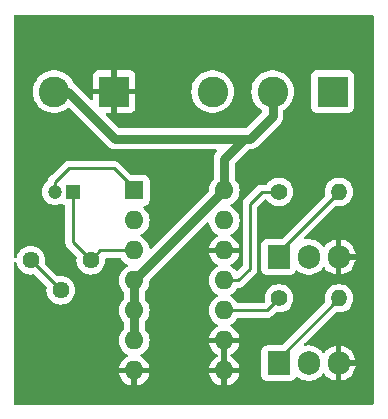
<source format=gbr>
%TF.GenerationSoftware,KiCad,Pcbnew,8.0.5*%
%TF.CreationDate,2024-12-29T01:36:02+03:00*%
%TF.ProjectId,DC to AC CD4047,44432074-6f20-4414-9320-434434303437,v01*%
%TF.SameCoordinates,Original*%
%TF.FileFunction,Copper,L1,Top*%
%TF.FilePolarity,Positive*%
%FSLAX46Y46*%
G04 Gerber Fmt 4.6, Leading zero omitted, Abs format (unit mm)*
G04 Created by KiCad (PCBNEW 8.0.5) date 2024-12-29 01:36:02*
%MOMM*%
%LPD*%
G01*
G04 APERTURE LIST*
%TA.AperFunction,ComponentPad*%
%ADD10O,1.600000X1.600000*%
%TD*%
%TA.AperFunction,ComponentPad*%
%ADD11R,1.600000X1.600000*%
%TD*%
%TA.AperFunction,ComponentPad*%
%ADD12C,1.440000*%
%TD*%
%TA.AperFunction,ComponentPad*%
%ADD13O,1.400000X1.400000*%
%TD*%
%TA.AperFunction,ComponentPad*%
%ADD14C,1.400000*%
%TD*%
%TA.AperFunction,ComponentPad*%
%ADD15O,1.905000X2.000000*%
%TD*%
%TA.AperFunction,ComponentPad*%
%ADD16R,1.905000X2.000000*%
%TD*%
%TA.AperFunction,ComponentPad*%
%ADD17R,2.600000X2.600000*%
%TD*%
%TA.AperFunction,ComponentPad*%
%ADD18C,2.600000*%
%TD*%
%TA.AperFunction,ComponentPad*%
%ADD19R,1.200000X1.200000*%
%TD*%
%TA.AperFunction,ComponentPad*%
%ADD20C,1.200000*%
%TD*%
%TA.AperFunction,Conductor*%
%ADD21C,0.254000*%
%TD*%
%TA.AperFunction,Conductor*%
%ADD22C,0.762000*%
%TD*%
G04 APERTURE END LIST*
D10*
%TO.P,U1,14,VDD*%
%TO.N,VCC*%
X141320000Y-79875000D03*
%TO.P,U1,13,OSC_OUT*%
%TO.N,unconnected-(U1-OSC_OUT-Pad13)*%
X141320000Y-82415000D03*
%TO.P,U1,12,RETRIGGER*%
%TO.N,GND*%
X141320000Y-84955000D03*
%TO.P,U1,11,~{Q}*%
%TO.N,Net-(U1-~{Q})*%
X141320000Y-87495000D03*
%TO.P,U1,10,Q*%
%TO.N,Net-(U1-Q)*%
X141320000Y-90035000D03*
%TO.P,U1,9,EXT_RESET*%
%TO.N,GND*%
X141320000Y-92575000D03*
%TO.P,U1,8,+TRIGGER*%
X141320000Y-95115000D03*
%TO.P,U1,7,VSS*%
X133700000Y-95115000D03*
%TO.P,U1,6,-TRIGGER*%
%TO.N,VCC*%
X133700000Y-92575000D03*
%TO.P,U1,5,ASTABLE*%
X133700000Y-90035000D03*
%TO.P,U1,4,~{ASTABLE}*%
X133700000Y-87495000D03*
%TO.P,U1,3,RC_COMMON*%
%TO.N,Net-(U1-RC_COMMON)*%
X133700000Y-84955000D03*
%TO.P,U1,2,R*%
%TO.N,Net-(U1-R)*%
X133700000Y-82415000D03*
D11*
%TO.P,U1,1,C*%
%TO.N,Net-(U1-C)*%
X133700000Y-79875000D03*
%TD*%
D12*
%TO.P,RV1,1,1*%
%TO.N,Net-(U1-RC_COMMON)*%
X130025000Y-85775000D03*
%TO.P,RV1,2,2*%
%TO.N,Net-(U1-R)*%
X127485000Y-88315000D03*
%TO.P,RV1,3,3*%
X124945000Y-85775000D03*
%TD*%
D13*
%TO.P,R2,2*%
%TO.N,Net-(Q2-G)*%
X151040000Y-80000000D03*
D14*
%TO.P,R2,1*%
%TO.N,Net-(U1-~{Q})*%
X145960000Y-80000000D03*
%TD*%
%TO.P,R1,1*%
%TO.N,Net-(U1-Q)*%
X145960000Y-89000000D03*
D13*
%TO.P,R1,2*%
%TO.N,Net-(Q1-G)*%
X151040000Y-89000000D03*
%TD*%
D15*
%TO.P,Q2,3,S*%
%TO.N,GND*%
X151000000Y-85500000D03*
%TO.P,Q2,2,D*%
%TO.N,Net-(J1-Pin_3)*%
X148460000Y-85500000D03*
D16*
%TO.P,Q2,1,G*%
%TO.N,Net-(Q2-G)*%
X145920000Y-85500000D03*
%TD*%
%TO.P,Q1,1,G*%
%TO.N,Net-(Q1-G)*%
X145920000Y-94500000D03*
D15*
%TO.P,Q1,2,D*%
%TO.N,Net-(J1-Pin_1)*%
X148460000Y-94500000D03*
%TO.P,Q1,3,S*%
%TO.N,GND*%
X151000000Y-94500000D03*
%TD*%
D17*
%TO.P,DC IN,1,Pin_1*%
%TO.N,GND*%
X132000000Y-71500000D03*
D18*
%TO.P,DC IN,2,Pin_2*%
%TO.N,VCC*%
X126920000Y-71500000D03*
%TD*%
D17*
%TO.P,TRANSFO IN,1,Pin_1*%
%TO.N,Net-(J1-Pin_1)*%
X150500000Y-71500000D03*
D18*
%TO.P,TRANSFO IN,2,Pin_2*%
%TO.N,VCC*%
X145420000Y-71500000D03*
%TO.P,TRANSFO IN,3,Pin_3*%
%TO.N,Net-(J1-Pin_3)*%
X140340000Y-71500000D03*
%TD*%
D19*
%TO.P,C1,1*%
%TO.N,Net-(U1-RC_COMMON)*%
X128500000Y-80000000D03*
D20*
%TO.P,C1,2*%
%TO.N,Net-(U1-C)*%
X127000000Y-80000000D03*
%TD*%
D21*
%TO.N,Net-(U1-~{Q})*%
X143500000Y-86500000D02*
X142505000Y-87495000D01*
X144500000Y-80000000D02*
X143500000Y-81000000D01*
X143500000Y-81000000D02*
X143500000Y-86500000D01*
X142505000Y-87495000D02*
X141320000Y-87495000D01*
X145960000Y-80000000D02*
X144500000Y-80000000D01*
%TO.N,Net-(Q2-G)*%
X145920000Y-85120000D02*
X145920000Y-85500000D01*
X151040000Y-80000000D02*
X145920000Y-85120000D01*
%TO.N,Net-(U1-Q)*%
X144925000Y-90035000D02*
X141320000Y-90035000D01*
X145960000Y-89000000D02*
X144925000Y-90035000D01*
%TO.N,Net-(Q1-G)*%
X145920000Y-94120000D02*
X151040000Y-89000000D01*
X145920000Y-94500000D02*
X145920000Y-94120000D01*
%TO.N,Net-(U1-R)*%
X124945000Y-85775000D02*
X127485000Y-88315000D01*
%TO.N,Net-(U1-RC_COMMON)*%
X130845000Y-84955000D02*
X130025000Y-85775000D01*
X133700000Y-84955000D02*
X130845000Y-84955000D01*
%TO.N,Net-(U1-C)*%
X133700000Y-79700000D02*
X133700000Y-79875000D01*
X128151472Y-78000000D02*
X132000000Y-78000000D01*
X132000000Y-78000000D02*
X133700000Y-79700000D01*
X127000000Y-79151472D02*
X128151472Y-78000000D01*
X127000000Y-80000000D02*
X127000000Y-79151472D01*
%TO.N,Net-(U1-RC_COMMON)*%
X128500000Y-84250000D02*
X130025000Y-85775000D01*
X128500000Y-80000000D02*
X128500000Y-84250000D01*
X128500000Y-80000000D02*
X128745000Y-80000000D01*
D22*
%TO.N,VCC*%
X133700000Y-90035000D02*
X133700000Y-92575000D01*
X133700000Y-87495000D02*
X133700000Y-90035000D01*
X133700000Y-87495000D02*
X141320000Y-79875000D01*
X141320000Y-77180000D02*
X143000000Y-75500000D01*
X141320000Y-79875000D02*
X141320000Y-77180000D01*
X143000000Y-75500000D02*
X143500000Y-75500000D01*
X132081000Y-75500000D02*
X143000000Y-75500000D01*
X143500000Y-75500000D02*
X145420000Y-73580000D01*
X128081000Y-71500000D02*
X132081000Y-75500000D01*
X126920000Y-71500000D02*
X128081000Y-71500000D01*
X145420000Y-73580000D02*
X145420000Y-71500000D01*
%TD*%
%TA.AperFunction,Conductor*%
%TO.N,GND*%
G36*
X141570000Y-94799314D02*
G01*
X141565606Y-94794920D01*
X141474394Y-94742259D01*
X141372661Y-94715000D01*
X141267339Y-94715000D01*
X141165606Y-94742259D01*
X141074394Y-94794920D01*
X141070000Y-94799314D01*
X141070000Y-92890686D01*
X141074394Y-92895080D01*
X141165606Y-92947741D01*
X141267339Y-92975000D01*
X141372661Y-92975000D01*
X141474394Y-92947741D01*
X141565606Y-92895080D01*
X141570000Y-92890686D01*
X141570000Y-94799314D01*
G37*
%TD.AperFunction*%
%TA.AperFunction,Conductor*%
G36*
X153942539Y-65020185D02*
G01*
X153988294Y-65072989D01*
X153999500Y-65124500D01*
X153999500Y-97875500D01*
X153979815Y-97942539D01*
X153927011Y-97988294D01*
X153875500Y-97999500D01*
X123624500Y-97999500D01*
X123557461Y-97979815D01*
X123511706Y-97927011D01*
X123500500Y-97875500D01*
X123500500Y-86041575D01*
X123520185Y-85974536D01*
X123572989Y-85928781D01*
X123642147Y-85918837D01*
X123705703Y-85947862D01*
X123743477Y-86006640D01*
X123744275Y-86009482D01*
X123793721Y-86194022D01*
X123793723Y-86194026D01*
X123793724Y-86194030D01*
X123808625Y-86225984D01*
X123883977Y-86387578D01*
X124006472Y-86562521D01*
X124157478Y-86713527D01*
X124157481Y-86713529D01*
X124332419Y-86836021D01*
X124332421Y-86836022D01*
X124332420Y-86836022D01*
X124345813Y-86842267D01*
X124525970Y-86926276D01*
X124732253Y-86981549D01*
X124884215Y-86994844D01*
X124944998Y-87000162D01*
X124945000Y-87000162D01*
X124945002Y-87000162D01*
X124974488Y-86997582D01*
X125157747Y-86981549D01*
X125157755Y-86981547D01*
X125161411Y-86980567D01*
X125172491Y-86977598D01*
X125242341Y-86979257D01*
X125292271Y-87009690D01*
X126250309Y-87967728D01*
X126283794Y-88029051D01*
X126282404Y-88087499D01*
X126278452Y-88102248D01*
X126278450Y-88102258D01*
X126259838Y-88314998D01*
X126259838Y-88315001D01*
X126278450Y-88527741D01*
X126278452Y-88527752D01*
X126333721Y-88734022D01*
X126333723Y-88734026D01*
X126333724Y-88734030D01*
X126348166Y-88765000D01*
X126423977Y-88927578D01*
X126546472Y-89102521D01*
X126697478Y-89253527D01*
X126697481Y-89253529D01*
X126872419Y-89376021D01*
X126872421Y-89376022D01*
X126872420Y-89376022D01*
X126933848Y-89404666D01*
X127065970Y-89466276D01*
X127272253Y-89521549D01*
X127424215Y-89534844D01*
X127484998Y-89540162D01*
X127485000Y-89540162D01*
X127485002Y-89540162D01*
X127538186Y-89535508D01*
X127697747Y-89521549D01*
X127904030Y-89466276D01*
X128097581Y-89376021D01*
X128272519Y-89253529D01*
X128423529Y-89102519D01*
X128546021Y-88927581D01*
X128636276Y-88734030D01*
X128691549Y-88527747D01*
X128710162Y-88315000D01*
X128691549Y-88102253D01*
X128636276Y-87895970D01*
X128546021Y-87702419D01*
X128423529Y-87527481D01*
X128423527Y-87527478D01*
X128272521Y-87376472D01*
X128118045Y-87268308D01*
X128097581Y-87253979D01*
X128097580Y-87253978D01*
X128097578Y-87253977D01*
X128097579Y-87253977D01*
X127968547Y-87193809D01*
X127904030Y-87163724D01*
X127904026Y-87163723D01*
X127904022Y-87163721D01*
X127697752Y-87108452D01*
X127697748Y-87108451D01*
X127697747Y-87108451D01*
X127697746Y-87108450D01*
X127697741Y-87108450D01*
X127485002Y-87089838D01*
X127484998Y-87089838D01*
X127272258Y-87108450D01*
X127272248Y-87108452D01*
X127257499Y-87112404D01*
X127187649Y-87110739D01*
X127137728Y-87080309D01*
X126179690Y-86122271D01*
X126146205Y-86060948D01*
X126147598Y-86002491D01*
X126151548Y-85987751D01*
X126151548Y-85987750D01*
X126151549Y-85987747D01*
X126170162Y-85775000D01*
X126151549Y-85562253D01*
X126096276Y-85355970D01*
X126006021Y-85162419D01*
X125883529Y-84987481D01*
X125883527Y-84987478D01*
X125732521Y-84836472D01*
X125557578Y-84713977D01*
X125557579Y-84713977D01*
X125420396Y-84650008D01*
X125364030Y-84623724D01*
X125364026Y-84623723D01*
X125364022Y-84623721D01*
X125157752Y-84568452D01*
X125157748Y-84568451D01*
X125157747Y-84568451D01*
X125157746Y-84568450D01*
X125157741Y-84568450D01*
X124945002Y-84549838D01*
X124944998Y-84549838D01*
X124732258Y-84568450D01*
X124732247Y-84568452D01*
X124525977Y-84623721D01*
X124525968Y-84623725D01*
X124332421Y-84713977D01*
X124157478Y-84836472D01*
X124006472Y-84987478D01*
X123883977Y-85162421D01*
X123793725Y-85355968D01*
X123793721Y-85355977D01*
X123744275Y-85540517D01*
X123707910Y-85600178D01*
X123645063Y-85630707D01*
X123575688Y-85622412D01*
X123521810Y-85577927D01*
X123500535Y-85511375D01*
X123500500Y-85508424D01*
X123500500Y-71499995D01*
X125114451Y-71499995D01*
X125114451Y-71500004D01*
X125134616Y-71769101D01*
X125194664Y-72032188D01*
X125194666Y-72032195D01*
X125254952Y-72185801D01*
X125293257Y-72283398D01*
X125428185Y-72517102D01*
X125564080Y-72687509D01*
X125596442Y-72728089D01*
X125752523Y-72872910D01*
X125794259Y-72911635D01*
X126017226Y-73063651D01*
X126260359Y-73180738D01*
X126518228Y-73260280D01*
X126518229Y-73260280D01*
X126518232Y-73260281D01*
X126785063Y-73300499D01*
X126785068Y-73300499D01*
X126785071Y-73300500D01*
X126785072Y-73300500D01*
X127054928Y-73300500D01*
X127054929Y-73300500D01*
X127054936Y-73300499D01*
X127321767Y-73260281D01*
X127321768Y-73260280D01*
X127321772Y-73260280D01*
X127579641Y-73180738D01*
X127822775Y-73063651D01*
X128045741Y-72911635D01*
X128062056Y-72896496D01*
X128124586Y-72865326D01*
X128194043Y-72872910D01*
X128234081Y-72899711D01*
X131519072Y-76184702D01*
X131519076Y-76184705D01*
X131663446Y-76281171D01*
X131663459Y-76281178D01*
X131823871Y-76347622D01*
X131823876Y-76347624D01*
X131823880Y-76347624D01*
X131823881Y-76347625D01*
X131994176Y-76381500D01*
X131994179Y-76381500D01*
X131994180Y-76381500D01*
X140572507Y-76381500D01*
X140639546Y-76401185D01*
X140685301Y-76453989D01*
X140695245Y-76523147D01*
X140666220Y-76586703D01*
X140660188Y-76593181D01*
X140635296Y-76618072D01*
X140635295Y-76618073D01*
X140538822Y-76762456D01*
X140472377Y-76922871D01*
X140472374Y-76922881D01*
X140438500Y-77093177D01*
X140438500Y-78865951D01*
X140418815Y-78932990D01*
X140402181Y-78953632D01*
X140319954Y-79035858D01*
X140189432Y-79222265D01*
X140189431Y-79222267D01*
X140093261Y-79428502D01*
X140093258Y-79428511D01*
X140034366Y-79648302D01*
X140034364Y-79648313D01*
X140014532Y-79874998D01*
X140014532Y-79880413D01*
X140012448Y-79880413D01*
X140000429Y-79940058D01*
X139978378Y-79969991D01*
X135187043Y-84761325D01*
X135125720Y-84794810D01*
X135056028Y-84789826D01*
X135000095Y-84747954D01*
X134979587Y-84705737D01*
X134926741Y-84508511D01*
X134926738Y-84508502D01*
X134907659Y-84467588D01*
X134830568Y-84302266D01*
X134700047Y-84115861D01*
X134700045Y-84115858D01*
X134539141Y-83954954D01*
X134352734Y-83824432D01*
X134352728Y-83824429D01*
X134294725Y-83797382D01*
X134242285Y-83751210D01*
X134223133Y-83684017D01*
X134243348Y-83617135D01*
X134294725Y-83572618D01*
X134352734Y-83545568D01*
X134539139Y-83415047D01*
X134700047Y-83254139D01*
X134830568Y-83067734D01*
X134926739Y-82861496D01*
X134985635Y-82641692D01*
X135005468Y-82415000D01*
X134985635Y-82188308D01*
X134926739Y-81968504D01*
X134830568Y-81762266D01*
X134700047Y-81575861D01*
X134700045Y-81575858D01*
X134539143Y-81414956D01*
X134514536Y-81397726D01*
X134470912Y-81343149D01*
X134463719Y-81273650D01*
X134495241Y-81211296D01*
X134555471Y-81175882D01*
X134572404Y-81172861D01*
X134607483Y-81169091D01*
X134742331Y-81118796D01*
X134857546Y-81032546D01*
X134943796Y-80917331D01*
X134994091Y-80782483D01*
X135000500Y-80722873D01*
X135000499Y-79027128D01*
X134994091Y-78967517D01*
X134989872Y-78956206D01*
X134943797Y-78832671D01*
X134943793Y-78832664D01*
X134857547Y-78717455D01*
X134857544Y-78717452D01*
X134742335Y-78631206D01*
X134742328Y-78631202D01*
X134607482Y-78580908D01*
X134607483Y-78580908D01*
X134547883Y-78574501D01*
X134547881Y-78574500D01*
X134547873Y-78574500D01*
X134547865Y-78574500D01*
X133513281Y-78574500D01*
X133446242Y-78554815D01*
X133425600Y-78538181D01*
X132400011Y-77512591D01*
X132400007Y-77512588D01*
X132297239Y-77443920D01*
X132297226Y-77443913D01*
X132263785Y-77430062D01*
X132183035Y-77396614D01*
X132183027Y-77396612D01*
X132061807Y-77372500D01*
X132061803Y-77372500D01*
X128213275Y-77372500D01*
X128089669Y-77372500D01*
X128089667Y-77372500D01*
X127968442Y-77396613D01*
X127968432Y-77396616D01*
X127854245Y-77443913D01*
X127854232Y-77443920D01*
X127751464Y-77512588D01*
X127751460Y-77512591D01*
X126725872Y-78538181D01*
X126599992Y-78664061D01*
X126576234Y-78687819D01*
X126512586Y-78751466D01*
X126512585Y-78751468D01*
X126443233Y-78855261D01*
X126441586Y-78859865D01*
X126396614Y-78968436D01*
X126396612Y-78968441D01*
X126381886Y-79042474D01*
X126349500Y-79104384D01*
X126335007Y-79117227D01*
X126333959Y-79118018D01*
X126183237Y-79255418D01*
X126060327Y-79418178D01*
X125969422Y-79600739D01*
X125969417Y-79600752D01*
X125913602Y-79796917D01*
X125894785Y-79999999D01*
X125894785Y-80000000D01*
X125913602Y-80203082D01*
X125969417Y-80399247D01*
X125969422Y-80399260D01*
X126060327Y-80581821D01*
X126183237Y-80744581D01*
X126333958Y-80881980D01*
X126333960Y-80881982D01*
X126391046Y-80917328D01*
X126507363Y-80989348D01*
X126697544Y-81063024D01*
X126898024Y-81100500D01*
X126898026Y-81100500D01*
X127101974Y-81100500D01*
X127101976Y-81100500D01*
X127302456Y-81063024D01*
X127489374Y-80990611D01*
X127558996Y-80984750D01*
X127608478Y-81006972D01*
X127657668Y-81043795D01*
X127657671Y-81043797D01*
X127791833Y-81093836D01*
X127847767Y-81135707D01*
X127872184Y-81201171D01*
X127872500Y-81210018D01*
X127872500Y-84311807D01*
X127896612Y-84433027D01*
X127896614Y-84433035D01*
X127927875Y-84508505D01*
X127943916Y-84547231D01*
X127943917Y-84547233D01*
X127958496Y-84569053D01*
X127958500Y-84569058D01*
X127958501Y-84569059D01*
X127967321Y-84582259D01*
X128012590Y-84650010D01*
X128012591Y-84650011D01*
X128790309Y-85427728D01*
X128823794Y-85489051D01*
X128822404Y-85547499D01*
X128818452Y-85562248D01*
X128818450Y-85562258D01*
X128799838Y-85774998D01*
X128799838Y-85775001D01*
X128818450Y-85987741D01*
X128818452Y-85987752D01*
X128873721Y-86194022D01*
X128873723Y-86194026D01*
X128873724Y-86194030D01*
X128888625Y-86225984D01*
X128963977Y-86387578D01*
X129086472Y-86562521D01*
X129237478Y-86713527D01*
X129237481Y-86713529D01*
X129412419Y-86836021D01*
X129412421Y-86836022D01*
X129412420Y-86836022D01*
X129425813Y-86842267D01*
X129605970Y-86926276D01*
X129812253Y-86981549D01*
X129964215Y-86994844D01*
X130024998Y-87000162D01*
X130025000Y-87000162D01*
X130025002Y-87000162D01*
X130078186Y-86995508D01*
X130237747Y-86981549D01*
X130444030Y-86926276D01*
X130637581Y-86836021D01*
X130812519Y-86713529D01*
X130963529Y-86562519D01*
X131086021Y-86387581D01*
X131176276Y-86194030D01*
X131231549Y-85987747D01*
X131250162Y-85775000D01*
X131247975Y-85750000D01*
X131245115Y-85717307D01*
X131258882Y-85648807D01*
X131307497Y-85598624D01*
X131368643Y-85582500D01*
X132487213Y-85582500D01*
X132554252Y-85602185D01*
X132588786Y-85635376D01*
X132607327Y-85661854D01*
X132699954Y-85794141D01*
X132860858Y-85955045D01*
X132860861Y-85955047D01*
X133047266Y-86085568D01*
X133104681Y-86112341D01*
X133105275Y-86112618D01*
X133157714Y-86158791D01*
X133176866Y-86225984D01*
X133156650Y-86292865D01*
X133105275Y-86337382D01*
X133047267Y-86364431D01*
X133047265Y-86364432D01*
X132860858Y-86494954D01*
X132699954Y-86655858D01*
X132569432Y-86842265D01*
X132569431Y-86842267D01*
X132473261Y-87048502D01*
X132473258Y-87048511D01*
X132414366Y-87268302D01*
X132414364Y-87268313D01*
X132394532Y-87494998D01*
X132394532Y-87495001D01*
X132414364Y-87721686D01*
X132414366Y-87721697D01*
X132473258Y-87941488D01*
X132473261Y-87941497D01*
X132569431Y-88147732D01*
X132569432Y-88147734D01*
X132699951Y-88334137D01*
X132699952Y-88334138D01*
X132699953Y-88334139D01*
X132782182Y-88416368D01*
X132815666Y-88477689D01*
X132818500Y-88504048D01*
X132818500Y-89025951D01*
X132798815Y-89092990D01*
X132782181Y-89113632D01*
X132699954Y-89195858D01*
X132569432Y-89382265D01*
X132569431Y-89382267D01*
X132473261Y-89588502D01*
X132473258Y-89588511D01*
X132414366Y-89808302D01*
X132414364Y-89808313D01*
X132394532Y-90034998D01*
X132394532Y-90035001D01*
X132414364Y-90261686D01*
X132414366Y-90261697D01*
X132473258Y-90481488D01*
X132473261Y-90481497D01*
X132569431Y-90687732D01*
X132569432Y-90687734D01*
X132699951Y-90874137D01*
X132699952Y-90874138D01*
X132699953Y-90874139D01*
X132782182Y-90956368D01*
X132815666Y-91017689D01*
X132818500Y-91044048D01*
X132818500Y-91565951D01*
X132798815Y-91632990D01*
X132782181Y-91653632D01*
X132699954Y-91735858D01*
X132569432Y-91922265D01*
X132569431Y-91922267D01*
X132473261Y-92128502D01*
X132473258Y-92128511D01*
X132414366Y-92348302D01*
X132414364Y-92348313D01*
X132394532Y-92574998D01*
X132394532Y-92575001D01*
X132414364Y-92801686D01*
X132414366Y-92801697D01*
X132473258Y-93021488D01*
X132473261Y-93021497D01*
X132569431Y-93227732D01*
X132569432Y-93227734D01*
X132699954Y-93414141D01*
X132860858Y-93575045D01*
X132860861Y-93575047D01*
X133047266Y-93705568D01*
X133105865Y-93732893D01*
X133158305Y-93779065D01*
X133177457Y-93846258D01*
X133157242Y-93913139D01*
X133105867Y-93957657D01*
X133047515Y-93984867D01*
X132861179Y-94115342D01*
X132700342Y-94276179D01*
X132569865Y-94462517D01*
X132473734Y-94668673D01*
X132473730Y-94668682D01*
X132421127Y-94864999D01*
X132421128Y-94865000D01*
X133384314Y-94865000D01*
X133379920Y-94869394D01*
X133327259Y-94960606D01*
X133300000Y-95062339D01*
X133300000Y-95167661D01*
X133327259Y-95269394D01*
X133379920Y-95360606D01*
X133384314Y-95365000D01*
X132421128Y-95365000D01*
X132473730Y-95561317D01*
X132473734Y-95561326D01*
X132569865Y-95767482D01*
X132700342Y-95953820D01*
X132861179Y-96114657D01*
X133047517Y-96245134D01*
X133253673Y-96341265D01*
X133253682Y-96341269D01*
X133449999Y-96393872D01*
X133450000Y-96393871D01*
X133450000Y-95430686D01*
X133454394Y-95435080D01*
X133545606Y-95487741D01*
X133647339Y-95515000D01*
X133752661Y-95515000D01*
X133854394Y-95487741D01*
X133945606Y-95435080D01*
X133950000Y-95430686D01*
X133950000Y-96393872D01*
X134146317Y-96341269D01*
X134146326Y-96341265D01*
X134352482Y-96245134D01*
X134538820Y-96114657D01*
X134699657Y-95953820D01*
X134830134Y-95767482D01*
X134926265Y-95561326D01*
X134926269Y-95561317D01*
X134978872Y-95365000D01*
X134015686Y-95365000D01*
X134020080Y-95360606D01*
X134072741Y-95269394D01*
X134100000Y-95167661D01*
X134100000Y-95062339D01*
X134072741Y-94960606D01*
X134020080Y-94869394D01*
X134015686Y-94865000D01*
X134978872Y-94865000D01*
X134978872Y-94864999D01*
X134926269Y-94668682D01*
X134926265Y-94668673D01*
X134830134Y-94462517D01*
X134699657Y-94276179D01*
X134538820Y-94115342D01*
X134352482Y-93984865D01*
X134294133Y-93957657D01*
X134241694Y-93911484D01*
X134222542Y-93844291D01*
X134242758Y-93777410D01*
X134294129Y-93732895D01*
X134352734Y-93705568D01*
X134539139Y-93575047D01*
X134700047Y-93414139D01*
X134830568Y-93227734D01*
X134926739Y-93021496D01*
X134985635Y-92801692D01*
X135005468Y-92575000D01*
X134985635Y-92348308D01*
X134926739Y-92128504D01*
X134830568Y-91922266D01*
X134700047Y-91735861D01*
X134700045Y-91735858D01*
X134617819Y-91653632D01*
X134584334Y-91592309D01*
X134581500Y-91565951D01*
X134581500Y-91044048D01*
X134601185Y-90977009D01*
X134617814Y-90956371D01*
X134700047Y-90874139D01*
X134830568Y-90687734D01*
X134926739Y-90481496D01*
X134985635Y-90261692D01*
X135005468Y-90035000D01*
X134985635Y-89808308D01*
X134926739Y-89588504D01*
X134830568Y-89382266D01*
X134700047Y-89195861D01*
X134700045Y-89195858D01*
X134617819Y-89113632D01*
X134584334Y-89052309D01*
X134581500Y-89025951D01*
X134581500Y-88504048D01*
X134601185Y-88437009D01*
X134617814Y-88416371D01*
X134700047Y-88334139D01*
X134830568Y-88147734D01*
X134926739Y-87941496D01*
X134985635Y-87721692D01*
X135005468Y-87495000D01*
X135005468Y-87494998D01*
X135005468Y-87489585D01*
X135007565Y-87489585D01*
X135019540Y-87429997D01*
X135041618Y-87400010D01*
X139832958Y-82608670D01*
X139894279Y-82575187D01*
X139963971Y-82580171D01*
X140019904Y-82622043D01*
X140040412Y-82664260D01*
X140093258Y-82861488D01*
X140093261Y-82861497D01*
X140189431Y-83067732D01*
X140189432Y-83067734D01*
X140319954Y-83254141D01*
X140480858Y-83415045D01*
X140480861Y-83415047D01*
X140667266Y-83545568D01*
X140725865Y-83572893D01*
X140778305Y-83619065D01*
X140797457Y-83686258D01*
X140777242Y-83753139D01*
X140725867Y-83797657D01*
X140667515Y-83824867D01*
X140481179Y-83955342D01*
X140320342Y-84116179D01*
X140189865Y-84302517D01*
X140093734Y-84508673D01*
X140093730Y-84508682D01*
X140041127Y-84704999D01*
X140041128Y-84705000D01*
X141004314Y-84705000D01*
X140999920Y-84709394D01*
X140947259Y-84800606D01*
X140920000Y-84902339D01*
X140920000Y-85007661D01*
X140947259Y-85109394D01*
X140999920Y-85200606D01*
X141004314Y-85205000D01*
X140041128Y-85205000D01*
X140093730Y-85401317D01*
X140093734Y-85401326D01*
X140189865Y-85607482D01*
X140320342Y-85793820D01*
X140481179Y-85954657D01*
X140667518Y-86085134D01*
X140667520Y-86085135D01*
X140725865Y-86112342D01*
X140778305Y-86158514D01*
X140797457Y-86225707D01*
X140777242Y-86292589D01*
X140725867Y-86337105D01*
X140667268Y-86364431D01*
X140667264Y-86364433D01*
X140480858Y-86494954D01*
X140319954Y-86655858D01*
X140189432Y-86842265D01*
X140189431Y-86842267D01*
X140093261Y-87048502D01*
X140093258Y-87048511D01*
X140034366Y-87268302D01*
X140034364Y-87268313D01*
X140014532Y-87494998D01*
X140014532Y-87495001D01*
X140034364Y-87721686D01*
X140034366Y-87721697D01*
X140093258Y-87941488D01*
X140093261Y-87941497D01*
X140189431Y-88147732D01*
X140189432Y-88147734D01*
X140319954Y-88334141D01*
X140480858Y-88495045D01*
X140480861Y-88495047D01*
X140667266Y-88625568D01*
X140725275Y-88652618D01*
X140777714Y-88698791D01*
X140796866Y-88765984D01*
X140776650Y-88832865D01*
X140725275Y-88877382D01*
X140667267Y-88904431D01*
X140667265Y-88904432D01*
X140480858Y-89034954D01*
X140319954Y-89195858D01*
X140189432Y-89382265D01*
X140189431Y-89382267D01*
X140093261Y-89588502D01*
X140093258Y-89588511D01*
X140034366Y-89808302D01*
X140034364Y-89808313D01*
X140014532Y-90034998D01*
X140014532Y-90035001D01*
X140034364Y-90261686D01*
X140034366Y-90261697D01*
X140093258Y-90481488D01*
X140093261Y-90481497D01*
X140189431Y-90687732D01*
X140189432Y-90687734D01*
X140319954Y-90874141D01*
X140480858Y-91035045D01*
X140480861Y-91035047D01*
X140667266Y-91165568D01*
X140725865Y-91192893D01*
X140778305Y-91239065D01*
X140797457Y-91306258D01*
X140777242Y-91373139D01*
X140725867Y-91417657D01*
X140667515Y-91444867D01*
X140481179Y-91575342D01*
X140320342Y-91736179D01*
X140189865Y-91922517D01*
X140093734Y-92128673D01*
X140093730Y-92128682D01*
X140041127Y-92324999D01*
X140041128Y-92325000D01*
X141004314Y-92325000D01*
X140999920Y-92329394D01*
X140947259Y-92420606D01*
X140920000Y-92522339D01*
X140920000Y-92627661D01*
X140947259Y-92729394D01*
X140999920Y-92820606D01*
X141004314Y-92825000D01*
X140041128Y-92825000D01*
X140093730Y-93021317D01*
X140093734Y-93021326D01*
X140189865Y-93227482D01*
X140320342Y-93413820D01*
X140481179Y-93574657D01*
X140667517Y-93705134D01*
X140726457Y-93732618D01*
X140778896Y-93778790D01*
X140798048Y-93845984D01*
X140777832Y-93912865D01*
X140726457Y-93957382D01*
X140667517Y-93984865D01*
X140481179Y-94115342D01*
X140320342Y-94276179D01*
X140189865Y-94462517D01*
X140093734Y-94668673D01*
X140093730Y-94668682D01*
X140041127Y-94864999D01*
X140041128Y-94865000D01*
X141004314Y-94865000D01*
X140999920Y-94869394D01*
X140947259Y-94960606D01*
X140920000Y-95062339D01*
X140920000Y-95167661D01*
X140947259Y-95269394D01*
X140999920Y-95360606D01*
X141004314Y-95365000D01*
X140041128Y-95365000D01*
X140093730Y-95561317D01*
X140093734Y-95561326D01*
X140189865Y-95767482D01*
X140320342Y-95953820D01*
X140481179Y-96114657D01*
X140667517Y-96245134D01*
X140873673Y-96341265D01*
X140873682Y-96341269D01*
X141069999Y-96393872D01*
X141070000Y-96393871D01*
X141070000Y-95430686D01*
X141074394Y-95435080D01*
X141165606Y-95487741D01*
X141267339Y-95515000D01*
X141372661Y-95515000D01*
X141474394Y-95487741D01*
X141565606Y-95435080D01*
X141570000Y-95430686D01*
X141570000Y-96393872D01*
X141766317Y-96341269D01*
X141766326Y-96341265D01*
X141972482Y-96245134D01*
X142158820Y-96114657D01*
X142319657Y-95953820D01*
X142450134Y-95767482D01*
X142546265Y-95561326D01*
X142546269Y-95561317D01*
X142598872Y-95365000D01*
X141635686Y-95365000D01*
X141640080Y-95360606D01*
X141692741Y-95269394D01*
X141720000Y-95167661D01*
X141720000Y-95062339D01*
X141692741Y-94960606D01*
X141640080Y-94869394D01*
X141635686Y-94865000D01*
X142598872Y-94865000D01*
X142598872Y-94864999D01*
X142546269Y-94668682D01*
X142546265Y-94668673D01*
X142450134Y-94462517D01*
X142319657Y-94276179D01*
X142158820Y-94115342D01*
X141972481Y-93984865D01*
X141972479Y-93984864D01*
X141913543Y-93957382D01*
X141861103Y-93911210D01*
X141841951Y-93844017D01*
X141862166Y-93777136D01*
X141913543Y-93732618D01*
X141972479Y-93705135D01*
X141972481Y-93705134D01*
X142158820Y-93574657D01*
X142281342Y-93452135D01*
X144467000Y-93452135D01*
X144467000Y-95547870D01*
X144467001Y-95547876D01*
X144473408Y-95607483D01*
X144523702Y-95742328D01*
X144523706Y-95742335D01*
X144609952Y-95857544D01*
X144609955Y-95857547D01*
X144725164Y-95943793D01*
X144725171Y-95943797D01*
X144860017Y-95994091D01*
X144860016Y-95994091D01*
X144866944Y-95994835D01*
X144919627Y-96000500D01*
X146920372Y-96000499D01*
X146979983Y-95994091D01*
X147114831Y-95943796D01*
X147230046Y-95857546D01*
X147316296Y-95742331D01*
X147326690Y-95714460D01*
X147368560Y-95658527D01*
X147434023Y-95634108D01*
X147502297Y-95648958D01*
X147515746Y-95657465D01*
X147698462Y-95790217D01*
X147830599Y-95857544D01*
X147902244Y-95894049D01*
X148119751Y-95964721D01*
X148119752Y-95964721D01*
X148119755Y-95964722D01*
X148345646Y-96000500D01*
X148345647Y-96000500D01*
X148574353Y-96000500D01*
X148574354Y-96000500D01*
X148800245Y-95964722D01*
X148800248Y-95964721D01*
X148800249Y-95964721D01*
X149017755Y-95894049D01*
X149017755Y-95894048D01*
X149017758Y-95894048D01*
X149221538Y-95790217D01*
X149406566Y-95655786D01*
X149568286Y-95494066D01*
X149629992Y-95409134D01*
X149685319Y-95366470D01*
X149754932Y-95360491D01*
X149816727Y-95393096D01*
X149830626Y-95409135D01*
X149892097Y-95493741D01*
X149892097Y-95493742D01*
X150053757Y-95655402D01*
X150238723Y-95789788D01*
X150442429Y-95893582D01*
X150659871Y-95964234D01*
X150750000Y-95978509D01*
X150750000Y-94990747D01*
X150787708Y-95012518D01*
X150927591Y-95050000D01*
X151072409Y-95050000D01*
X151212292Y-95012518D01*
X151250000Y-94990747D01*
X151250000Y-95978508D01*
X151340128Y-95964234D01*
X151557570Y-95893582D01*
X151761276Y-95789788D01*
X151946242Y-95655402D01*
X152107902Y-95493742D01*
X152242288Y-95308776D01*
X152346082Y-95105070D01*
X152416734Y-94887628D01*
X152438532Y-94750000D01*
X151490748Y-94750000D01*
X151512518Y-94712292D01*
X151550000Y-94572409D01*
X151550000Y-94427591D01*
X151512518Y-94287708D01*
X151490748Y-94250000D01*
X152438532Y-94250000D01*
X152416734Y-94112371D01*
X152346082Y-93894929D01*
X152242288Y-93691223D01*
X152107902Y-93506257D01*
X151946242Y-93344597D01*
X151761276Y-93210211D01*
X151557568Y-93106417D01*
X151340124Y-93035765D01*
X151250000Y-93021490D01*
X151250000Y-94009252D01*
X151212292Y-93987482D01*
X151072409Y-93950000D01*
X150927591Y-93950000D01*
X150787708Y-93987482D01*
X150750000Y-94009252D01*
X150750000Y-93021490D01*
X150749999Y-93021490D01*
X150659875Y-93035765D01*
X150442431Y-93106417D01*
X150238723Y-93210211D01*
X150053757Y-93344597D01*
X149892097Y-93506257D01*
X149830627Y-93590864D01*
X149775297Y-93633529D01*
X149705684Y-93639508D01*
X149643889Y-93606902D01*
X149629991Y-93590864D01*
X149568286Y-93505934D01*
X149406566Y-93344214D01*
X149221538Y-93209783D01*
X149182445Y-93189864D01*
X149017755Y-93105950D01*
X148800248Y-93035278D01*
X148614812Y-93005908D01*
X148574354Y-92999500D01*
X148345646Y-92999500D01*
X148226237Y-93018412D01*
X148156944Y-93009457D01*
X148103492Y-92964461D01*
X148082853Y-92897709D01*
X148101578Y-92830396D01*
X148119155Y-92808262D01*
X150712490Y-90214927D01*
X150773811Y-90181444D01*
X150822952Y-90180721D01*
X150928757Y-90200500D01*
X150928760Y-90200500D01*
X151151241Y-90200500D01*
X151151243Y-90200500D01*
X151369940Y-90159618D01*
X151577401Y-90079247D01*
X151766562Y-89962124D01*
X151930981Y-89812236D01*
X152065058Y-89634689D01*
X152164229Y-89435528D01*
X152225115Y-89221536D01*
X152245643Y-89000000D01*
X152236787Y-88904432D01*
X152225115Y-88778464D01*
X152225114Y-88778462D01*
X152212472Y-88734031D01*
X152164229Y-88564472D01*
X152145942Y-88527747D01*
X152065061Y-88365316D01*
X152065056Y-88365308D01*
X151930979Y-88187761D01*
X151766562Y-88037876D01*
X151766560Y-88037874D01*
X151577404Y-87920754D01*
X151577398Y-87920752D01*
X151369940Y-87840382D01*
X151151243Y-87799500D01*
X150928757Y-87799500D01*
X150710060Y-87840382D01*
X150578864Y-87891207D01*
X150502601Y-87920752D01*
X150502595Y-87920754D01*
X150313439Y-88037874D01*
X150313437Y-88037876D01*
X150149020Y-88187761D01*
X150014943Y-88365308D01*
X150014938Y-88365316D01*
X149915775Y-88564461D01*
X149915769Y-88564476D01*
X149854885Y-88778462D01*
X149854884Y-88778464D01*
X149834357Y-88999999D01*
X149834357Y-89000000D01*
X149855414Y-89227244D01*
X149854276Y-89227349D01*
X149847831Y-89290984D01*
X149820661Y-89331918D01*
X146189398Y-92963181D01*
X146128075Y-92996666D01*
X146101717Y-92999500D01*
X144919629Y-92999500D01*
X144919623Y-92999501D01*
X144860016Y-93005908D01*
X144725171Y-93056202D01*
X144725164Y-93056206D01*
X144609955Y-93142452D01*
X144609952Y-93142455D01*
X144523706Y-93257664D01*
X144523702Y-93257671D01*
X144473408Y-93392517D01*
X144467001Y-93452116D01*
X144467000Y-93452135D01*
X142281342Y-93452135D01*
X142319657Y-93413820D01*
X142450134Y-93227482D01*
X142546265Y-93021326D01*
X142546269Y-93021317D01*
X142598872Y-92825000D01*
X141635686Y-92825000D01*
X141640080Y-92820606D01*
X141692741Y-92729394D01*
X141720000Y-92627661D01*
X141720000Y-92522339D01*
X141692741Y-92420606D01*
X141640080Y-92329394D01*
X141635686Y-92325000D01*
X142598872Y-92325000D01*
X142598872Y-92324999D01*
X142546269Y-92128682D01*
X142546265Y-92128673D01*
X142450134Y-91922517D01*
X142319657Y-91736179D01*
X142158820Y-91575342D01*
X141972482Y-91444865D01*
X141914133Y-91417657D01*
X141861694Y-91371484D01*
X141842542Y-91304291D01*
X141862758Y-91237410D01*
X141914129Y-91192895D01*
X141972734Y-91165568D01*
X142159139Y-91035047D01*
X142320047Y-90874139D01*
X142431212Y-90715376D01*
X142485788Y-90671752D01*
X142532787Y-90662500D01*
X144986804Y-90662500D01*
X144986805Y-90662499D01*
X145108035Y-90638386D01*
X145188784Y-90604937D01*
X145222233Y-90591083D01*
X145325008Y-90522411D01*
X145412411Y-90435008D01*
X145632491Y-90214926D01*
X145693810Y-90181444D01*
X145742952Y-90180721D01*
X145848757Y-90200500D01*
X145848760Y-90200500D01*
X146071241Y-90200500D01*
X146071243Y-90200500D01*
X146289940Y-90159618D01*
X146497401Y-90079247D01*
X146686562Y-89962124D01*
X146850981Y-89812236D01*
X146985058Y-89634689D01*
X147084229Y-89435528D01*
X147145115Y-89221536D01*
X147165643Y-89000000D01*
X147156787Y-88904432D01*
X147145115Y-88778464D01*
X147145114Y-88778462D01*
X147132472Y-88734031D01*
X147084229Y-88564472D01*
X147065942Y-88527747D01*
X146985061Y-88365316D01*
X146985056Y-88365308D01*
X146850979Y-88187761D01*
X146686562Y-88037876D01*
X146686560Y-88037874D01*
X146497404Y-87920754D01*
X146497398Y-87920752D01*
X146289940Y-87840382D01*
X146071243Y-87799500D01*
X145848757Y-87799500D01*
X145630060Y-87840382D01*
X145498864Y-87891207D01*
X145422601Y-87920752D01*
X145422595Y-87920754D01*
X145233439Y-88037874D01*
X145233437Y-88037876D01*
X145069020Y-88187761D01*
X144934943Y-88365308D01*
X144934938Y-88365316D01*
X144835775Y-88564461D01*
X144835769Y-88564476D01*
X144774885Y-88778462D01*
X144774884Y-88778464D01*
X144754357Y-88999999D01*
X144754357Y-89000000D01*
X144775414Y-89227244D01*
X144774275Y-89227349D01*
X144767832Y-89290979D01*
X144740663Y-89331915D01*
X144701401Y-89371179D01*
X144640079Y-89404666D01*
X144613718Y-89407500D01*
X142532787Y-89407500D01*
X142465748Y-89387815D01*
X142431212Y-89354623D01*
X142379539Y-89280826D01*
X142320047Y-89195861D01*
X142320045Y-89195858D01*
X142159141Y-89034954D01*
X141972734Y-88904432D01*
X141972728Y-88904429D01*
X141914725Y-88877382D01*
X141862285Y-88831210D01*
X141843133Y-88764017D01*
X141863348Y-88697135D01*
X141914725Y-88652618D01*
X141972734Y-88625568D01*
X142159139Y-88495047D01*
X142320047Y-88334139D01*
X142431212Y-88175376D01*
X142485788Y-88131752D01*
X142532787Y-88122500D01*
X142566804Y-88122500D01*
X142566805Y-88122499D01*
X142688035Y-88098386D01*
X142788131Y-88056924D01*
X142802233Y-88051083D01*
X142905008Y-87982411D01*
X142992411Y-87895008D01*
X143987410Y-86900009D01*
X144056083Y-86797233D01*
X144103385Y-86683035D01*
X144118414Y-86607483D01*
X144127500Y-86561806D01*
X144127500Y-84452135D01*
X144467000Y-84452135D01*
X144467000Y-86547870D01*
X144467001Y-86547876D01*
X144473408Y-86607483D01*
X144523702Y-86742328D01*
X144523706Y-86742335D01*
X144609952Y-86857544D01*
X144609955Y-86857547D01*
X144725164Y-86943793D01*
X144725171Y-86943797D01*
X144860017Y-86994091D01*
X144860016Y-86994091D01*
X144866944Y-86994835D01*
X144919627Y-87000500D01*
X146920372Y-87000499D01*
X146979983Y-86994091D01*
X147114831Y-86943796D01*
X147230046Y-86857546D01*
X147316296Y-86742331D01*
X147326690Y-86714460D01*
X147368560Y-86658527D01*
X147434023Y-86634108D01*
X147502297Y-86648958D01*
X147515746Y-86657465D01*
X147698462Y-86790217D01*
X147800616Y-86842267D01*
X147902244Y-86894049D01*
X148119751Y-86964721D01*
X148119752Y-86964721D01*
X148119755Y-86964722D01*
X148345646Y-87000500D01*
X148345647Y-87000500D01*
X148574353Y-87000500D01*
X148574354Y-87000500D01*
X148800245Y-86964722D01*
X148800248Y-86964721D01*
X148800249Y-86964721D01*
X149017755Y-86894049D01*
X149017755Y-86894048D01*
X149017758Y-86894048D01*
X149221538Y-86790217D01*
X149406566Y-86655786D01*
X149568286Y-86494066D01*
X149629992Y-86409134D01*
X149685319Y-86366470D01*
X149754932Y-86360491D01*
X149816727Y-86393096D01*
X149830626Y-86409135D01*
X149892097Y-86493741D01*
X149892097Y-86493742D01*
X150053757Y-86655402D01*
X150238723Y-86789788D01*
X150442429Y-86893582D01*
X150659871Y-86964234D01*
X150750000Y-86978509D01*
X150750000Y-85990747D01*
X150787708Y-86012518D01*
X150927591Y-86050000D01*
X151072409Y-86050000D01*
X151212292Y-86012518D01*
X151250000Y-85990747D01*
X151250000Y-86978508D01*
X151340128Y-86964234D01*
X151557570Y-86893582D01*
X151761276Y-86789788D01*
X151946242Y-86655402D01*
X152107902Y-86493742D01*
X152242288Y-86308776D01*
X152346082Y-86105070D01*
X152416734Y-85887628D01*
X152438532Y-85750000D01*
X151490748Y-85750000D01*
X151512518Y-85712292D01*
X151550000Y-85572409D01*
X151550000Y-85427591D01*
X151512518Y-85287708D01*
X151490748Y-85250000D01*
X152438532Y-85250000D01*
X152416734Y-85112371D01*
X152346082Y-84894929D01*
X152242288Y-84691223D01*
X152107902Y-84506257D01*
X151946242Y-84344597D01*
X151761276Y-84210211D01*
X151557568Y-84106417D01*
X151340124Y-84035765D01*
X151250000Y-84021490D01*
X151250000Y-85009252D01*
X151212292Y-84987482D01*
X151072409Y-84950000D01*
X150927591Y-84950000D01*
X150787708Y-84987482D01*
X150750000Y-85009252D01*
X150750000Y-84021490D01*
X150749999Y-84021490D01*
X150659875Y-84035765D01*
X150442431Y-84106417D01*
X150238723Y-84210211D01*
X150053757Y-84344597D01*
X149892097Y-84506257D01*
X149830627Y-84590864D01*
X149775297Y-84633529D01*
X149705684Y-84639508D01*
X149643889Y-84606902D01*
X149629991Y-84590864D01*
X149623739Y-84582259D01*
X149568286Y-84505934D01*
X149406566Y-84344214D01*
X149221538Y-84209783D01*
X149179173Y-84188197D01*
X149017755Y-84105950D01*
X148800248Y-84035278D01*
X148614812Y-84005908D01*
X148574354Y-83999500D01*
X148345646Y-83999500D01*
X148226237Y-84018412D01*
X148156944Y-84009457D01*
X148103492Y-83964461D01*
X148082853Y-83897709D01*
X148101578Y-83830396D01*
X148119155Y-83808262D01*
X150712490Y-81214927D01*
X150773811Y-81181444D01*
X150822952Y-81180721D01*
X150928757Y-81200500D01*
X150928760Y-81200500D01*
X151151241Y-81200500D01*
X151151243Y-81200500D01*
X151369940Y-81159618D01*
X151577401Y-81079247D01*
X151766562Y-80962124D01*
X151930981Y-80812236D01*
X152065058Y-80634689D01*
X152164229Y-80435528D01*
X152225115Y-80221536D01*
X152245643Y-80000000D01*
X152225115Y-79778464D01*
X152164229Y-79564472D01*
X152164224Y-79564461D01*
X152065061Y-79365316D01*
X152065056Y-79365308D01*
X151930979Y-79187761D01*
X151766562Y-79037876D01*
X151766560Y-79037874D01*
X151577404Y-78920754D01*
X151577398Y-78920752D01*
X151369940Y-78840382D01*
X151151243Y-78799500D01*
X150928757Y-78799500D01*
X150710060Y-78840382D01*
X150659769Y-78859865D01*
X150502601Y-78920752D01*
X150502595Y-78920754D01*
X150313439Y-79037874D01*
X150313437Y-79037876D01*
X150149020Y-79187761D01*
X150014943Y-79365308D01*
X150014938Y-79365316D01*
X149915775Y-79564461D01*
X149915769Y-79564476D01*
X149854885Y-79778462D01*
X149854884Y-79778464D01*
X149834357Y-79999999D01*
X149834357Y-80000000D01*
X149855414Y-80227244D01*
X149854276Y-80227349D01*
X149847831Y-80290984D01*
X149820661Y-80331918D01*
X146189398Y-83963181D01*
X146128075Y-83996666D01*
X146101717Y-83999500D01*
X144919629Y-83999500D01*
X144919623Y-83999501D01*
X144860016Y-84005908D01*
X144725171Y-84056202D01*
X144725164Y-84056206D01*
X144609955Y-84142452D01*
X144609952Y-84142455D01*
X144523706Y-84257664D01*
X144523702Y-84257671D01*
X144473408Y-84392517D01*
X144467001Y-84452116D01*
X144467000Y-84452135D01*
X144127500Y-84452135D01*
X144127500Y-81311281D01*
X144147185Y-81244242D01*
X144163819Y-81223600D01*
X144723600Y-80663819D01*
X144784923Y-80630334D01*
X144811281Y-80627500D01*
X144867768Y-80627500D01*
X144934807Y-80647185D01*
X144966722Y-80676773D01*
X145069020Y-80812238D01*
X145233437Y-80962123D01*
X145233439Y-80962125D01*
X145422595Y-81079245D01*
X145422596Y-81079245D01*
X145422599Y-81079247D01*
X145630060Y-81159618D01*
X145848757Y-81200500D01*
X145848759Y-81200500D01*
X146071241Y-81200500D01*
X146071243Y-81200500D01*
X146289940Y-81159618D01*
X146497401Y-81079247D01*
X146686562Y-80962124D01*
X146850981Y-80812236D01*
X146985058Y-80634689D01*
X147084229Y-80435528D01*
X147145115Y-80221536D01*
X147165643Y-80000000D01*
X147145115Y-79778464D01*
X147084229Y-79564472D01*
X147084224Y-79564461D01*
X146985061Y-79365316D01*
X146985056Y-79365308D01*
X146850979Y-79187761D01*
X146686562Y-79037876D01*
X146686560Y-79037874D01*
X146497404Y-78920754D01*
X146497398Y-78920752D01*
X146289940Y-78840382D01*
X146071243Y-78799500D01*
X145848757Y-78799500D01*
X145630060Y-78840382D01*
X145579769Y-78859865D01*
X145422601Y-78920752D01*
X145422595Y-78920754D01*
X145233439Y-79037874D01*
X145233437Y-79037876D01*
X145069020Y-79187761D01*
X144966722Y-79323227D01*
X144910613Y-79364863D01*
X144867768Y-79372500D01*
X144438192Y-79372500D01*
X144316973Y-79396611D01*
X144316973Y-79396612D01*
X144316970Y-79396613D01*
X144316966Y-79396614D01*
X144250070Y-79424323D01*
X144250068Y-79424323D01*
X144202770Y-79443915D01*
X144099989Y-79512590D01*
X144099988Y-79512591D01*
X143331755Y-80280826D01*
X143099992Y-80512589D01*
X143056289Y-80556292D01*
X143012586Y-80599994D01*
X143012585Y-80599996D01*
X142943233Y-80703789D01*
X142941586Y-80708393D01*
X142896614Y-80816964D01*
X142896612Y-80816972D01*
X142872500Y-80938192D01*
X142872500Y-82398521D01*
X142870022Y-82406957D01*
X142870069Y-82407046D01*
X142872500Y-82431478D01*
X142872500Y-86188718D01*
X142852815Y-86255757D01*
X142836181Y-86276399D01*
X142476064Y-86636515D01*
X142414741Y-86670000D01*
X142345049Y-86665016D01*
X142300702Y-86636515D01*
X142159141Y-86494954D01*
X141972734Y-86364432D01*
X141972732Y-86364431D01*
X141914725Y-86337382D01*
X141914132Y-86337105D01*
X141861694Y-86290934D01*
X141842542Y-86223740D01*
X141862758Y-86156859D01*
X141914134Y-86112341D01*
X141972484Y-86085132D01*
X142158820Y-85954657D01*
X142319657Y-85793820D01*
X142450134Y-85607482D01*
X142546265Y-85401326D01*
X142546269Y-85401317D01*
X142598872Y-85205000D01*
X141635686Y-85205000D01*
X141640080Y-85200606D01*
X141692741Y-85109394D01*
X141720000Y-85007661D01*
X141720000Y-84902339D01*
X141692741Y-84800606D01*
X141640080Y-84709394D01*
X141635686Y-84705000D01*
X142598872Y-84705000D01*
X142598872Y-84704999D01*
X142546269Y-84508682D01*
X142546265Y-84508673D01*
X142450134Y-84302517D01*
X142319657Y-84116179D01*
X142158820Y-83955342D01*
X141972482Y-83824865D01*
X141914133Y-83797657D01*
X141861694Y-83751484D01*
X141842542Y-83684291D01*
X141862758Y-83617410D01*
X141914129Y-83572895D01*
X141972734Y-83545568D01*
X142159139Y-83415047D01*
X142320047Y-83254139D01*
X142450568Y-83067734D01*
X142546739Y-82861496D01*
X142605635Y-82641692D01*
X142624972Y-82420671D01*
X142626415Y-82416980D01*
X142624972Y-82409328D01*
X142605635Y-82188313D01*
X142605635Y-82188308D01*
X142546739Y-81968504D01*
X142450568Y-81762266D01*
X142320047Y-81575861D01*
X142320045Y-81575858D01*
X142159141Y-81414954D01*
X141972734Y-81284432D01*
X141972728Y-81284429D01*
X141914725Y-81257382D01*
X141862285Y-81211210D01*
X141843133Y-81144017D01*
X141863348Y-81077135D01*
X141914725Y-81032618D01*
X141972734Y-81005568D01*
X142159139Y-80875047D01*
X142320047Y-80714139D01*
X142450568Y-80527734D01*
X142546739Y-80321496D01*
X142605635Y-80101692D01*
X142625468Y-79875000D01*
X142605635Y-79648308D01*
X142546739Y-79428504D01*
X142450568Y-79222266D01*
X142345702Y-79072500D01*
X142320045Y-79035858D01*
X142237819Y-78953632D01*
X142204334Y-78892309D01*
X142201500Y-78865951D01*
X142201500Y-77596491D01*
X142221185Y-77529452D01*
X142237819Y-77508810D01*
X143328810Y-76417819D01*
X143390133Y-76384334D01*
X143416491Y-76381500D01*
X143586823Y-76381500D01*
X143701393Y-76358709D01*
X143757124Y-76347624D01*
X143837335Y-76314399D01*
X143917543Y-76281177D01*
X143917544Y-76281176D01*
X143917547Y-76281175D01*
X144061924Y-76184706D01*
X146104706Y-74141924D01*
X146201175Y-73997547D01*
X146267624Y-73837124D01*
X146301500Y-73666821D01*
X146301500Y-73493179D01*
X146301500Y-73143691D01*
X146321185Y-73076653D01*
X146355648Y-73041239D01*
X146431636Y-72989430D01*
X146545741Y-72911635D01*
X146743561Y-72728085D01*
X146911815Y-72517102D01*
X147046743Y-72283398D01*
X147145334Y-72032195D01*
X147205383Y-71769103D01*
X147225549Y-71500000D01*
X147205383Y-71230897D01*
X147145334Y-70967805D01*
X147046743Y-70716602D01*
X146911815Y-70482898D01*
X146743561Y-70271915D01*
X146743560Y-70271914D01*
X146743557Y-70271910D01*
X146614469Y-70152135D01*
X148699500Y-70152135D01*
X148699500Y-72847870D01*
X148699501Y-72847876D01*
X148705908Y-72907483D01*
X148756202Y-73042328D01*
X148756206Y-73042335D01*
X148842452Y-73157544D01*
X148842455Y-73157547D01*
X148957664Y-73243793D01*
X148957671Y-73243797D01*
X149092517Y-73294091D01*
X149092516Y-73294091D01*
X149099444Y-73294835D01*
X149152127Y-73300500D01*
X151847872Y-73300499D01*
X151907483Y-73294091D01*
X152042331Y-73243796D01*
X152157546Y-73157546D01*
X152243796Y-73042331D01*
X152294091Y-72907483D01*
X152300500Y-72847873D01*
X152300499Y-70152128D01*
X152294091Y-70092517D01*
X152292542Y-70088365D01*
X152243797Y-69957671D01*
X152243793Y-69957664D01*
X152157547Y-69842455D01*
X152157544Y-69842452D01*
X152042335Y-69756206D01*
X152042328Y-69756202D01*
X151907482Y-69705908D01*
X151907483Y-69705908D01*
X151847883Y-69699501D01*
X151847881Y-69699500D01*
X151847873Y-69699500D01*
X151847864Y-69699500D01*
X149152129Y-69699500D01*
X149152123Y-69699501D01*
X149092516Y-69705908D01*
X148957671Y-69756202D01*
X148957664Y-69756206D01*
X148842455Y-69842452D01*
X148842452Y-69842455D01*
X148756206Y-69957664D01*
X148756202Y-69957671D01*
X148705908Y-70092517D01*
X148699501Y-70152116D01*
X148699501Y-70152123D01*
X148699500Y-70152135D01*
X146614469Y-70152135D01*
X146545741Y-70088365D01*
X146322775Y-69936349D01*
X146322769Y-69936346D01*
X146322768Y-69936345D01*
X146322767Y-69936344D01*
X146079643Y-69819263D01*
X146079645Y-69819263D01*
X145821773Y-69739720D01*
X145821767Y-69739718D01*
X145554936Y-69699500D01*
X145554929Y-69699500D01*
X145285071Y-69699500D01*
X145285063Y-69699500D01*
X145018232Y-69739718D01*
X145018226Y-69739720D01*
X144760358Y-69819262D01*
X144517230Y-69936346D01*
X144294258Y-70088365D01*
X144096442Y-70271910D01*
X143928185Y-70482898D01*
X143793258Y-70716599D01*
X143793256Y-70716603D01*
X143694666Y-70967804D01*
X143694664Y-70967811D01*
X143634616Y-71230898D01*
X143614451Y-71499995D01*
X143614451Y-71500004D01*
X143634616Y-71769101D01*
X143694664Y-72032188D01*
X143694666Y-72032195D01*
X143754952Y-72185801D01*
X143793257Y-72283398D01*
X143928185Y-72517102D01*
X144064080Y-72687509D01*
X144096442Y-72728089D01*
X144252523Y-72872910D01*
X144294259Y-72911635D01*
X144484353Y-73041239D01*
X144528653Y-73095266D01*
X144538500Y-73143691D01*
X144538500Y-73163508D01*
X144518815Y-73230547D01*
X144502181Y-73251189D01*
X143171189Y-74582181D01*
X143109866Y-74615666D01*
X143083508Y-74618500D01*
X132497491Y-74618500D01*
X132430452Y-74598815D01*
X132409810Y-74582181D01*
X131339310Y-73511681D01*
X131305825Y-73450358D01*
X131310809Y-73380666D01*
X131352681Y-73324733D01*
X131418145Y-73300316D01*
X131426991Y-73300000D01*
X131750000Y-73300000D01*
X131750000Y-72100001D01*
X131810402Y-72125021D01*
X131935981Y-72150000D01*
X132064019Y-72150000D01*
X132189598Y-72125021D01*
X132250000Y-72100001D01*
X132250000Y-73300000D01*
X133347828Y-73300000D01*
X133347844Y-73299999D01*
X133407372Y-73293598D01*
X133407379Y-73293596D01*
X133542086Y-73243354D01*
X133542093Y-73243350D01*
X133657187Y-73157190D01*
X133657190Y-73157187D01*
X133743350Y-73042093D01*
X133743354Y-73042086D01*
X133793596Y-72907379D01*
X133793598Y-72907372D01*
X133799999Y-72847844D01*
X133800000Y-72847827D01*
X133800000Y-71750000D01*
X132600001Y-71750000D01*
X132625021Y-71689598D01*
X132650000Y-71564019D01*
X132650000Y-71499995D01*
X138534451Y-71499995D01*
X138534451Y-71500004D01*
X138554616Y-71769101D01*
X138614664Y-72032188D01*
X138614666Y-72032195D01*
X138674952Y-72185801D01*
X138713257Y-72283398D01*
X138848185Y-72517102D01*
X138984080Y-72687509D01*
X139016442Y-72728089D01*
X139172523Y-72872910D01*
X139214259Y-72911635D01*
X139437226Y-73063651D01*
X139680359Y-73180738D01*
X139938228Y-73260280D01*
X139938229Y-73260280D01*
X139938232Y-73260281D01*
X140205063Y-73300499D01*
X140205068Y-73300499D01*
X140205071Y-73300500D01*
X140205072Y-73300500D01*
X140474928Y-73300500D01*
X140474929Y-73300500D01*
X140474936Y-73300499D01*
X140741767Y-73260281D01*
X140741768Y-73260280D01*
X140741772Y-73260280D01*
X140999641Y-73180738D01*
X141242775Y-73063651D01*
X141465741Y-72911635D01*
X141663561Y-72728085D01*
X141831815Y-72517102D01*
X141966743Y-72283398D01*
X142065334Y-72032195D01*
X142125383Y-71769103D01*
X142145549Y-71500000D01*
X142125383Y-71230897D01*
X142065334Y-70967805D01*
X141966743Y-70716602D01*
X141831815Y-70482898D01*
X141663561Y-70271915D01*
X141663560Y-70271914D01*
X141663557Y-70271910D01*
X141465741Y-70088365D01*
X141242775Y-69936349D01*
X141242769Y-69936346D01*
X141242768Y-69936345D01*
X141242767Y-69936344D01*
X140999643Y-69819263D01*
X140999645Y-69819263D01*
X140741773Y-69739720D01*
X140741767Y-69739718D01*
X140474936Y-69699500D01*
X140474929Y-69699500D01*
X140205071Y-69699500D01*
X140205063Y-69699500D01*
X139938232Y-69739718D01*
X139938226Y-69739720D01*
X139680358Y-69819262D01*
X139437230Y-69936346D01*
X139214258Y-70088365D01*
X139016442Y-70271910D01*
X138848185Y-70482898D01*
X138713258Y-70716599D01*
X138713256Y-70716603D01*
X138614666Y-70967804D01*
X138614664Y-70967811D01*
X138554616Y-71230898D01*
X138534451Y-71499995D01*
X132650000Y-71499995D01*
X132650000Y-71435981D01*
X132625021Y-71310402D01*
X132600001Y-71250000D01*
X133800000Y-71250000D01*
X133800000Y-70152172D01*
X133799999Y-70152155D01*
X133793598Y-70092627D01*
X133793596Y-70092620D01*
X133743354Y-69957913D01*
X133743350Y-69957906D01*
X133657190Y-69842812D01*
X133657187Y-69842809D01*
X133542093Y-69756649D01*
X133542086Y-69756645D01*
X133407379Y-69706403D01*
X133407372Y-69706401D01*
X133347844Y-69700000D01*
X132250000Y-69700000D01*
X132250000Y-70899998D01*
X132189598Y-70874979D01*
X132064019Y-70850000D01*
X131935981Y-70850000D01*
X131810402Y-70874979D01*
X131750000Y-70899998D01*
X131750000Y-69700000D01*
X130652155Y-69700000D01*
X130592627Y-69706401D01*
X130592620Y-69706403D01*
X130457913Y-69756645D01*
X130457906Y-69756649D01*
X130342812Y-69842809D01*
X130342809Y-69842812D01*
X130256649Y-69957906D01*
X130256645Y-69957913D01*
X130206403Y-70092620D01*
X130206401Y-70092627D01*
X130200000Y-70152155D01*
X130200000Y-71250000D01*
X131399999Y-71250000D01*
X131374979Y-71310402D01*
X131350000Y-71435981D01*
X131350000Y-71564019D01*
X131374979Y-71689598D01*
X131399999Y-71750000D01*
X130200000Y-71750000D01*
X130200000Y-72073007D01*
X130180315Y-72140046D01*
X130127511Y-72185801D01*
X130058353Y-72195745D01*
X129994797Y-72166720D01*
X129988319Y-72160688D01*
X128642927Y-70815296D01*
X128642919Y-70815290D01*
X128597388Y-70784867D01*
X128552582Y-70731255D01*
X128550849Y-70727065D01*
X128546743Y-70716603D01*
X128546743Y-70716602D01*
X128411815Y-70482898D01*
X128243561Y-70271915D01*
X128243560Y-70271914D01*
X128243557Y-70271910D01*
X128045741Y-70088365D01*
X127822775Y-69936349D01*
X127822769Y-69936346D01*
X127822768Y-69936345D01*
X127822767Y-69936344D01*
X127579643Y-69819263D01*
X127579645Y-69819263D01*
X127321773Y-69739720D01*
X127321767Y-69739718D01*
X127054936Y-69699500D01*
X127054929Y-69699500D01*
X126785071Y-69699500D01*
X126785063Y-69699500D01*
X126518232Y-69739718D01*
X126518226Y-69739720D01*
X126260358Y-69819262D01*
X126017230Y-69936346D01*
X125794258Y-70088365D01*
X125596442Y-70271910D01*
X125428185Y-70482898D01*
X125293258Y-70716599D01*
X125293256Y-70716603D01*
X125194666Y-70967804D01*
X125194664Y-70967811D01*
X125134616Y-71230898D01*
X125114451Y-71499995D01*
X123500500Y-71499995D01*
X123500500Y-65124500D01*
X123520185Y-65057461D01*
X123572989Y-65011706D01*
X123624500Y-65000500D01*
X153875500Y-65000500D01*
X153942539Y-65020185D01*
G37*
%TD.AperFunction*%
%TD*%
M02*

</source>
